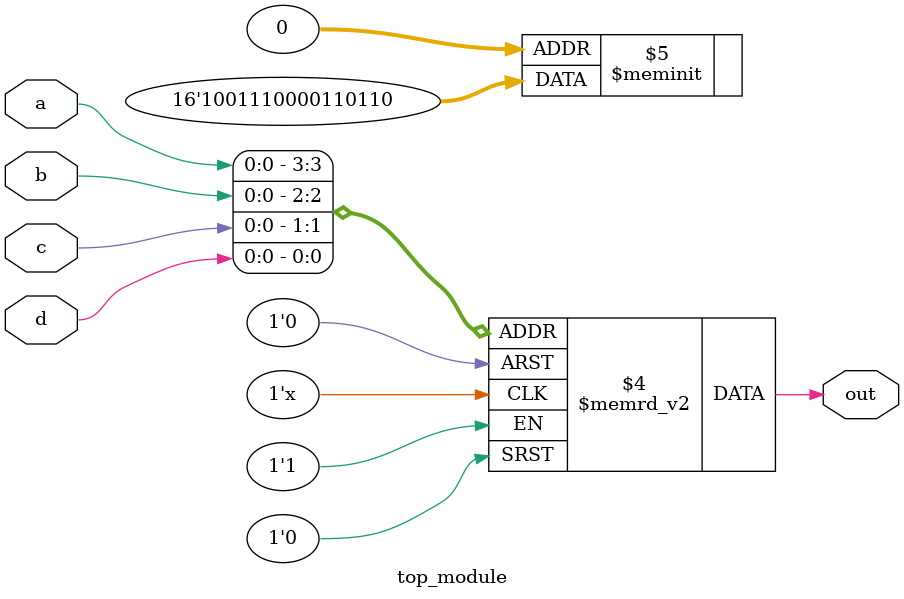
<source format=sv>
module top_module (
	input a, 
	input b,
	input c,
	input d,
	output reg out
);
	
	always @(*) begin
		case ({a,b,c,d})
			4'b0000: out = 1'b0;
			4'b0001: out = 1'b1;
			4'b0011: out = 1'b0;
			4'b0010: out = 1'b1;
			4'b0110: out = 1'b0;
			4'b0100: out = 1'b1;
			4'b0111: out = 1'b0;
			4'b0101: out = 1'b1;
			4'b1100: out = 1'b1;
			4'b1101: out = 1'b0;
			4'b1111: out = 1'b1;
			4'b1110: out = 1'b0;
			4'b1010: out = 1'b1;
			4'b1000: out = 1'b0;
			4'b1011: out = 1'b1;
			4'b1001: out = 1'b0;
			default: out = 1'b0;
		endcase
	end
	
endmodule

</source>
